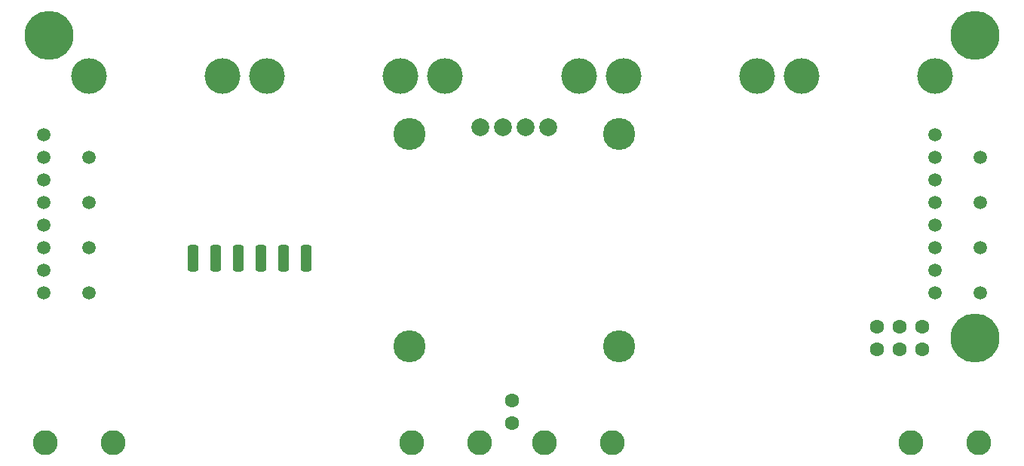
<source format=gbs>
G04*
G04 #@! TF.GenerationSoftware,Altium Limited,Altium Designer,18.0.7 (293)*
G04*
G04 Layer_Color=16711935*
%FSLAX25Y25*%
%MOIN*%
G70*
G01*
G75*
%ADD34C,0.07874*%
%ADD35C,0.14173*%
%ADD36C,0.05906*%
%ADD37C,0.06299*%
%ADD38C,0.21654*%
%ADD39C,0.11024*%
%ADD40C,0.15748*%
G04:AMPARAMS|DCode=43|XSize=47.24mil|YSize=118.11mil|CornerRadius=11.81mil|HoleSize=0mil|Usage=FLASHONLY|Rotation=0.000|XOffset=0mil|YOffset=0mil|HoleType=Round|Shape=RoundedRectangle|*
%AMROUNDEDRECTD43*
21,1,0.04724,0.09449,0,0,0.0*
21,1,0.02362,0.11811,0,0,0.0*
1,1,0.02362,0.01181,-0.04724*
1,1,0.02362,-0.01181,-0.04724*
1,1,0.02362,-0.01181,0.04724*
1,1,0.02362,0.01181,0.04724*
%
%ADD43ROUNDEDRECTD43*%
D34*
X232520Y175984D02*
D03*
X222520D02*
D03*
X202520D02*
D03*
X212520D02*
D03*
D35*
X171260Y172835D02*
D03*
X263779D02*
D03*
Y79134D02*
D03*
X171260D02*
D03*
D36*
X9685Y102795D02*
D03*
Y122795D02*
D03*
Y142795D02*
D03*
Y162795D02*
D03*
X29685Y102795D02*
D03*
X9685Y112795D02*
D03*
X29685Y122795D02*
D03*
X9685Y132795D02*
D03*
X29685Y142795D02*
D03*
X9685Y152795D02*
D03*
X29685Y162795D02*
D03*
X9685Y172795D02*
D03*
X403386Y102795D02*
D03*
Y122795D02*
D03*
Y142795D02*
D03*
Y162795D02*
D03*
X423386Y102795D02*
D03*
X403386Y112795D02*
D03*
X423386Y122795D02*
D03*
X403386Y132795D02*
D03*
X423386Y142795D02*
D03*
X403386Y152795D02*
D03*
X423386Y162795D02*
D03*
X403386Y172795D02*
D03*
D37*
X216535Y54882D02*
D03*
Y44882D02*
D03*
X397795Y87677D02*
D03*
Y77677D02*
D03*
X387795D02*
D03*
Y87677D02*
D03*
X377795D02*
D03*
Y77677D02*
D03*
D38*
X421260Y82677D02*
D03*
Y216535D02*
D03*
X11811D02*
D03*
D39*
X422776Y36417D02*
D03*
X392776D02*
D03*
X230768D02*
D03*
X260768D02*
D03*
X202303D02*
D03*
X172303D02*
D03*
X10295D02*
D03*
X40295D02*
D03*
D40*
X344488Y198819D02*
D03*
X403543D02*
D03*
X265748D02*
D03*
X324803D02*
D03*
X187008D02*
D03*
X246063D02*
D03*
X108268D02*
D03*
X167323D02*
D03*
X29528D02*
D03*
X88583D02*
D03*
D43*
X75394Y118110D02*
D03*
X85394D02*
D03*
X95394D02*
D03*
X105394D02*
D03*
X115394D02*
D03*
X125394D02*
D03*
M02*

</source>
